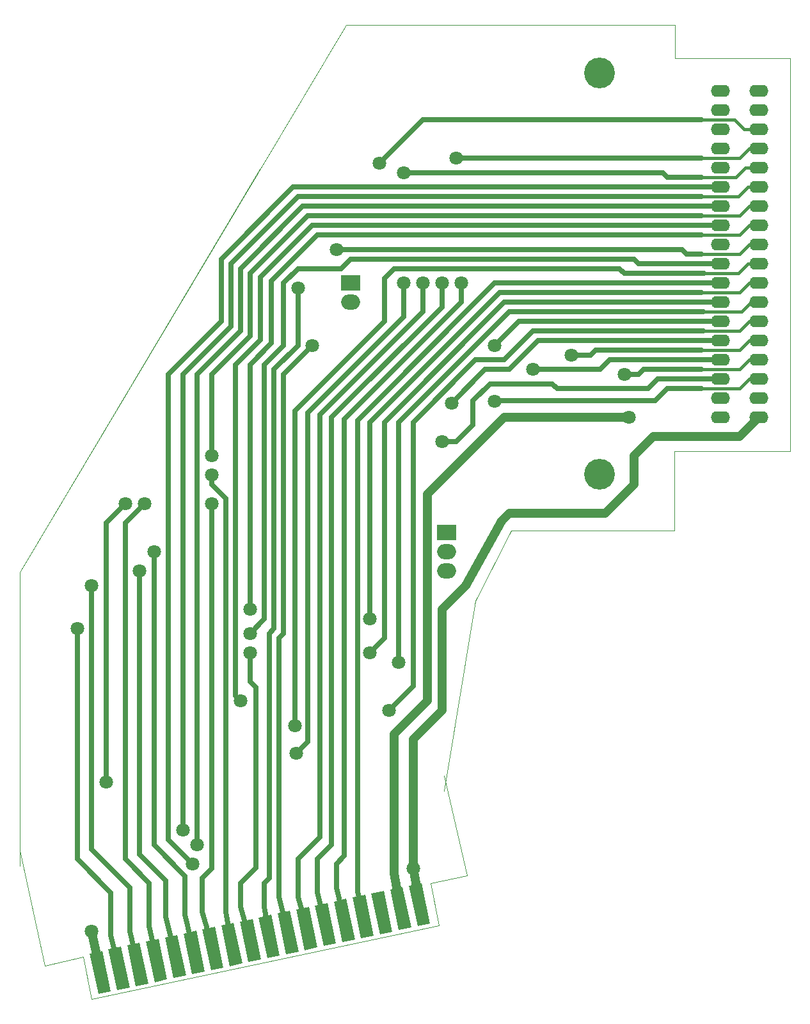
<source format=gbl>
G04 (created by PCBNEW (2013-07-07 BZR 4022)-stable) date 03/07/2022 17:26:58*
%MOIN*%
G04 Gerber Fmt 3.4, Leading zero omitted, Abs format*
%FSLAX34Y34*%
G01*
G70*
G90*
G04 APERTURE LIST*
%ADD10C,0.00590551*%
%ADD11C,0.00393701*%
%ADD12O,0.1X0.0629921*%
%ADD13R,0.0984252X0.0787402*%
%ADD14O,0.0984252X0.0787402*%
%ADD15C,0.16*%
%ADD16C,0.0708661*%
%ADD17C,0.0275591*%
%ADD18C,0.015748*%
%ADD19C,0.0472441*%
G04 APERTURE END LIST*
G54D10*
G54D11*
X-11500Y0D02*
X-17150Y0D01*
X-2950Y-26350D02*
X-8550Y-26350D01*
X6000Y-1750D02*
X0Y-1750D01*
X6000Y-1750D02*
X6000Y-22200D01*
X0Y0D02*
X-12000Y0D01*
X0Y-1750D02*
X0Y0D01*
X-8550Y-26350D02*
X-10400Y-30000D01*
X-50Y-26350D02*
X-3450Y-26350D01*
X-50Y-22200D02*
X-50Y-26350D01*
X5950Y-22200D02*
X-50Y-22200D01*
X-12750Y-44700D02*
X-10850Y-44300D01*
X-12300Y-46900D02*
X-12750Y-44700D01*
X-30400Y-50750D02*
X-12300Y-46900D01*
X-30850Y-48550D02*
X-30400Y-50750D01*
X-32850Y-49000D02*
X-30850Y-48550D01*
X-12050Y-39900D02*
X-10400Y-30000D01*
X-10850Y-44300D02*
X-12050Y-39100D01*
X-34150Y-43800D02*
X-34150Y-28500D01*
X-32850Y-49000D02*
X-34150Y-43000D01*
X-34150Y-28500D02*
X-17150Y0D01*
X-21650Y-7500D02*
X-34150Y-28500D01*
G54D10*
G36*
X-30053Y-50482D02*
X-30503Y-48364D01*
X-29848Y-48225D01*
X-29398Y-50343D01*
X-30053Y-50482D01*
X-30053Y-50482D01*
G37*
G36*
X-29075Y-50274D02*
X-29525Y-48156D01*
X-28870Y-48017D01*
X-28420Y-50135D01*
X-29075Y-50274D01*
X-29075Y-50274D01*
G37*
G36*
X-28096Y-50066D02*
X-28547Y-47948D01*
X-27892Y-47809D01*
X-27442Y-49927D01*
X-28096Y-50066D01*
X-28096Y-50066D01*
G37*
G36*
X-27118Y-49858D02*
X-27569Y-47740D01*
X-26914Y-47601D01*
X-26464Y-49719D01*
X-27118Y-49858D01*
X-27118Y-49858D01*
G37*
G36*
X-26140Y-49651D02*
X-26590Y-47533D01*
X-25936Y-47393D01*
X-25486Y-49511D01*
X-26140Y-49651D01*
X-26140Y-49651D01*
G37*
G36*
X-25162Y-49443D02*
X-25612Y-47325D01*
X-24958Y-47185D01*
X-24507Y-49303D01*
X-25162Y-49443D01*
X-25162Y-49443D01*
G37*
G36*
X-24184Y-49235D02*
X-24634Y-47117D01*
X-23979Y-46978D01*
X-23529Y-49096D01*
X-24184Y-49235D01*
X-24184Y-49235D01*
G37*
G36*
X-23206Y-49027D02*
X-23656Y-46909D01*
X-23001Y-46770D01*
X-22551Y-48888D01*
X-23206Y-49027D01*
X-23206Y-49027D01*
G37*
G36*
X-22228Y-48819D02*
X-22678Y-46701D01*
X-22023Y-46562D01*
X-21573Y-48680D01*
X-22228Y-48819D01*
X-22228Y-48819D01*
G37*
G36*
X-21249Y-48611D02*
X-21700Y-46493D01*
X-21045Y-46354D01*
X-20595Y-48472D01*
X-21249Y-48611D01*
X-21249Y-48611D01*
G37*
G36*
X-20271Y-48403D02*
X-20721Y-46285D01*
X-20067Y-46146D01*
X-19617Y-48264D01*
X-20271Y-48403D01*
X-20271Y-48403D01*
G37*
G36*
X-19293Y-48195D02*
X-19743Y-46077D01*
X-19089Y-45938D01*
X-18638Y-48056D01*
X-19293Y-48195D01*
X-19293Y-48195D01*
G37*
G36*
X-18315Y-47987D02*
X-18765Y-45869D01*
X-18111Y-45730D01*
X-17660Y-47848D01*
X-18315Y-47987D01*
X-18315Y-47987D01*
G37*
G36*
X-17337Y-47779D02*
X-17787Y-45661D01*
X-17132Y-45522D01*
X-16682Y-47640D01*
X-17337Y-47779D01*
X-17337Y-47779D01*
G37*
G36*
X-16359Y-47571D02*
X-16809Y-45453D01*
X-16154Y-45314D01*
X-15704Y-47432D01*
X-16359Y-47571D01*
X-16359Y-47571D01*
G37*
G36*
X-15381Y-47364D02*
X-15831Y-45245D01*
X-15176Y-45106D01*
X-14726Y-47224D01*
X-15381Y-47364D01*
X-15381Y-47364D01*
G37*
G36*
X-14402Y-47156D02*
X-14853Y-45038D01*
X-14198Y-44898D01*
X-13748Y-47016D01*
X-14402Y-47156D01*
X-14402Y-47156D01*
G37*
G36*
X-13424Y-46948D02*
X-13874Y-44830D01*
X-13220Y-44691D01*
X-12770Y-46809D01*
X-13424Y-46948D01*
X-13424Y-46948D01*
G37*
G54D12*
X4350Y-3450D03*
X2350Y-3450D03*
X4350Y-4450D03*
X2350Y-4450D03*
X4350Y-5450D03*
X2350Y-5450D03*
X4350Y-6450D03*
X2350Y-6450D03*
X4350Y-7450D03*
X2350Y-7450D03*
X4350Y-8450D03*
X2350Y-8450D03*
X4350Y-9450D03*
X2350Y-9450D03*
X4350Y-10450D03*
X2350Y-10450D03*
X4350Y-11450D03*
X2350Y-11450D03*
X4350Y-12450D03*
X2350Y-12450D03*
X4350Y-13450D03*
X2350Y-13450D03*
X4350Y-14450D03*
X4350Y-15450D03*
X2350Y-14450D03*
X2350Y-15450D03*
X4350Y-16450D03*
X2350Y-16450D03*
X4350Y-17450D03*
X2350Y-17450D03*
X4350Y-18450D03*
X2350Y-18450D03*
X4350Y-19450D03*
X2350Y-19450D03*
X4350Y-20450D03*
X2350Y-20450D03*
G54D13*
X-11900Y-26450D03*
G54D14*
X-11900Y-27450D03*
X-11900Y-28450D03*
G54D13*
X-16900Y-13450D03*
G54D14*
X-16900Y-14450D03*
G54D15*
X-3950Y-23400D03*
X-3950Y-2500D03*
G54D16*
X-14900Y-35700D03*
X-14400Y-33200D03*
X-22150Y-31700D03*
X-22650Y-35200D03*
X-14150Y-13450D03*
X-14150Y-7700D03*
X-19750Y-37950D03*
X-15900Y-30950D03*
X-19800Y-36500D03*
X-17650Y-11700D03*
X-22150Y-30450D03*
X-28650Y-24950D03*
X-29650Y-39450D03*
X-24150Y-22450D03*
X-25650Y-41950D03*
X-25150Y-43700D03*
X-24900Y-42700D03*
X-5400Y-17200D03*
X-31150Y-31450D03*
X-30400Y-29200D03*
X-2650Y-18200D03*
X-9400Y-19600D03*
X-27650Y-24950D03*
X-12150Y-21700D03*
X-27900Y-28450D03*
X-27150Y-27450D03*
X-7400Y-17950D03*
X-11650Y-19700D03*
X-24150Y-24950D03*
X-9400Y-16700D03*
X-24150Y-23450D03*
X-15900Y-32700D03*
X-22150Y-32700D03*
X-11150Y-13450D03*
X-12150Y-13450D03*
X-13150Y-13450D03*
X-11400Y-6950D03*
X-18900Y-16700D03*
X-15400Y-7200D03*
X-19650Y-13700D03*
X-2400Y-20450D03*
X-13650Y-43950D03*
X-30400Y-47200D03*
G54D17*
X-8900Y-17450D02*
X-10400Y-17450D01*
X-10400Y-17450D02*
X-13650Y-20700D01*
X1450Y-15950D02*
X-7400Y-15950D01*
X-7400Y-15950D02*
X-8900Y-17450D01*
X-13650Y-20700D02*
X-13650Y-34450D01*
X-13650Y-34450D02*
X-14900Y-35700D01*
G54D18*
X4350Y-15450D02*
X3850Y-15450D01*
X3350Y-15950D02*
X1450Y-15950D01*
X3850Y-15450D02*
X3350Y-15950D01*
G54D17*
X1450Y-14950D02*
X-8650Y-14950D01*
X-8650Y-14950D02*
X-14400Y-20700D01*
X-14400Y-20700D02*
X-14400Y-33200D01*
G54D18*
X4350Y-14450D02*
X3950Y-14450D01*
X3450Y-14950D02*
X1450Y-14950D01*
X3950Y-14450D02*
X3450Y-14950D01*
G54D17*
X-2150Y-12200D02*
X-16900Y-12200D01*
X-16900Y-12200D02*
X-17400Y-12700D01*
X2350Y-12450D02*
X-1900Y-12450D01*
X-1900Y-12450D02*
X-2150Y-12200D01*
X-17400Y-12700D02*
X-19650Y-12700D01*
X-20400Y-13450D02*
X-20400Y-16700D01*
X-19650Y-12700D02*
X-20400Y-13450D01*
X-21400Y-30950D02*
X-21400Y-17700D01*
X-21400Y-17700D02*
X-20400Y-16700D01*
X-22150Y-31700D02*
X-21400Y-30950D01*
X2350Y-10450D02*
X-18900Y-10450D01*
X-18900Y-10450D02*
X-21598Y-13148D01*
X-22650Y-35200D02*
X-22900Y-34950D01*
X-21598Y-16398D02*
X-22900Y-17700D01*
X-21598Y-13148D02*
X-21598Y-16398D01*
X-22900Y-17700D02*
X-22900Y-34950D01*
X-14150Y-13450D02*
X-14150Y-15200D01*
X-14150Y-15200D02*
X-19150Y-20200D01*
X1350Y-7950D02*
X-400Y-7950D01*
X-400Y-7950D02*
X-650Y-7700D01*
X-14150Y-7700D02*
X-650Y-7700D01*
X-19150Y-37350D02*
X-19150Y-20200D01*
X-19750Y-37950D02*
X-19150Y-37350D01*
G54D18*
X3650Y-7450D02*
X3150Y-7950D01*
X1350Y-7950D02*
X3150Y-7950D01*
X4350Y-7450D02*
X3650Y-7450D01*
G54D17*
X-15900Y-20700D02*
X-9150Y-13950D01*
X1350Y-13950D02*
X-9150Y-13950D01*
G54D18*
X4350Y-13450D02*
X3850Y-13450D01*
X3350Y-13950D02*
X1350Y-13950D01*
X3850Y-13450D02*
X3350Y-13950D01*
G54D17*
X-15900Y-30950D02*
X-15900Y-20700D01*
X-15150Y-13200D02*
X-15150Y-15450D01*
X-19800Y-20100D02*
X-19800Y-36500D01*
X-15150Y-15450D02*
X-19800Y-20100D01*
X-15150Y-13200D02*
X-14650Y-12700D01*
X-2900Y-12700D02*
X-14650Y-12700D01*
X1500Y-12950D02*
X-2650Y-12950D01*
X-2650Y-12950D02*
X-2900Y-12700D01*
G54D18*
X4350Y-12450D02*
X3800Y-12450D01*
X3300Y-12950D02*
X1500Y-12950D01*
X3800Y-12450D02*
X3300Y-12950D01*
G54D17*
X350Y-11700D02*
X-17650Y-11700D01*
G54D18*
X3850Y-11450D02*
X3350Y-11950D01*
X3350Y-11950D02*
X1350Y-11950D01*
G54D17*
X600Y-11950D02*
X1350Y-11950D01*
X350Y-11700D02*
X600Y-11950D01*
G54D18*
X4350Y-11450D02*
X3850Y-11450D01*
G54D17*
X1350Y-10950D02*
X-18650Y-10950D01*
X-18650Y-10950D02*
X-21025Y-13325D01*
X-22150Y-30450D02*
X-22150Y-17700D01*
X-21025Y-13325D02*
X-21025Y-16575D01*
G54D18*
X4350Y-10450D02*
X3850Y-10450D01*
X3350Y-10950D02*
X1350Y-10950D01*
X3850Y-10450D02*
X3350Y-10950D01*
G54D17*
X-21025Y-16575D02*
X-22150Y-17700D01*
X1350Y-9950D02*
X-19150Y-9950D01*
X-19150Y-9950D02*
X-22150Y-12950D01*
X-24150Y-22450D02*
X-24150Y-18200D01*
X-24150Y-18200D02*
X-22150Y-16200D01*
X-28650Y-24950D02*
X-29650Y-25950D01*
G54D18*
X3850Y-9450D02*
X3350Y-9950D01*
X3350Y-9950D02*
X1350Y-9950D01*
X4350Y-9450D02*
X3850Y-9450D01*
G54D17*
X-22150Y-12950D02*
X-22150Y-16200D01*
X-29650Y-25950D02*
X-29650Y-39450D01*
X1350Y-8950D02*
X-19650Y-8950D01*
X-19650Y-8950D02*
X-23150Y-12450D01*
X-25650Y-18200D02*
X-25650Y-41950D01*
G54D18*
X3300Y-8950D02*
X1350Y-8950D01*
X3800Y-8450D02*
X3300Y-8950D01*
X4350Y-8450D02*
X3800Y-8450D01*
G54D17*
X-23150Y-12450D02*
X-23150Y-15700D01*
X-23150Y-15700D02*
X-25650Y-18200D01*
X2350Y-8450D02*
X-19900Y-8450D01*
X-19900Y-8450D02*
X-23650Y-12200D01*
X-23650Y-15450D02*
X-26400Y-18200D01*
X-26400Y-42450D02*
X-25150Y-43700D01*
X-26400Y-18200D02*
X-26400Y-42450D01*
X-23650Y-12200D02*
X-23650Y-15450D01*
X2350Y-9450D02*
X-19400Y-9450D01*
X-19400Y-9450D02*
X-22650Y-12700D01*
X-24900Y-18200D02*
X-24900Y-42700D01*
X-22650Y-15950D02*
X-24900Y-18200D01*
X-22650Y-12700D02*
X-22650Y-15950D01*
X-4400Y-17200D02*
X-5400Y-17200D01*
G54D18*
X4350Y-16450D02*
X3850Y-16450D01*
X3350Y-16950D02*
X1350Y-16950D01*
X3850Y-16450D02*
X3350Y-16950D01*
G54D17*
X-4150Y-16950D02*
X-4400Y-17200D01*
X1350Y-16950D02*
X-4150Y-16950D01*
X-29400Y-47450D02*
X-28972Y-49146D01*
X-29400Y-45200D02*
X-29400Y-47450D01*
X-31150Y-31450D02*
X-31150Y-43450D01*
X-31150Y-43450D02*
X-29400Y-45200D01*
X-1650Y-17950D02*
X-1900Y-18200D01*
X-28400Y-47200D02*
X-27994Y-48938D01*
X-28400Y-44950D02*
X-28400Y-47200D01*
X-30400Y-29200D02*
X-30400Y-42950D01*
X-28400Y-44950D02*
X-30400Y-42950D01*
X1350Y-17950D02*
X-1650Y-17950D01*
X-1900Y-18200D02*
X-2650Y-18200D01*
G54D18*
X4350Y-17450D02*
X3850Y-17450D01*
X3350Y-17950D02*
X1350Y-17950D01*
X3850Y-17450D02*
X3350Y-17950D01*
G54D17*
X-1025Y-19575D02*
X-9375Y-19575D01*
X-9375Y-19575D02*
X-9400Y-19600D01*
X1350Y-18950D02*
X-400Y-18950D01*
X-400Y-18950D02*
X-1025Y-19575D01*
G54D18*
X4350Y-18450D02*
X3850Y-18450D01*
X3850Y-18450D02*
X3350Y-18950D01*
X3350Y-18950D02*
X1350Y-18950D01*
G54D17*
X-27400Y-46950D02*
X-27016Y-48730D01*
X-27400Y-44700D02*
X-27400Y-46950D01*
X-28650Y-43450D02*
X-28650Y-25950D01*
X-28650Y-43450D02*
X-27400Y-44700D01*
X-27650Y-24950D02*
X-28650Y-25950D01*
X-10525Y-19575D02*
X-10525Y-20825D01*
X-11400Y-21700D02*
X-12150Y-21700D01*
X-10525Y-20825D02*
X-11400Y-21700D01*
X-1400Y-18950D02*
X-6150Y-18950D01*
X-9650Y-18700D02*
X-10525Y-19575D01*
X-6400Y-18700D02*
X-9650Y-18700D01*
X-6150Y-18950D02*
X-6400Y-18700D01*
X2350Y-18450D02*
X-900Y-18450D01*
X-900Y-18450D02*
X-1400Y-18950D01*
X-26525Y-46450D02*
X-26038Y-48522D01*
X-26525Y-44575D02*
X-26525Y-46450D01*
X-27900Y-28450D02*
X-27900Y-43200D01*
X-27900Y-43200D02*
X-26525Y-44575D01*
X2350Y-17450D02*
X-3400Y-17450D01*
X-3400Y-17450D02*
X-3900Y-17950D01*
X-25525Y-46325D02*
X-25060Y-48314D01*
X-27150Y-42700D02*
X-25525Y-44325D01*
X-27150Y-42700D02*
X-27150Y-27450D01*
X-25525Y-44325D02*
X-25525Y-46325D01*
X-3900Y-17950D02*
X-7400Y-17950D01*
X-8650Y-17950D02*
X-9900Y-17950D01*
X-9900Y-17950D02*
X-11650Y-19700D01*
X-24650Y-46200D02*
X-24082Y-48106D01*
X-24150Y-24950D02*
X-24150Y-43950D01*
X-24650Y-44450D02*
X-24650Y-46200D01*
X-24150Y-43950D02*
X-24650Y-44450D01*
X2350Y-16450D02*
X-7150Y-16450D01*
X-7150Y-16450D02*
X-8650Y-17950D01*
X2350Y-15450D02*
X-8150Y-15450D01*
X-8150Y-15450D02*
X-9400Y-16700D01*
X-23419Y-46200D02*
X-23103Y-47898D01*
X-24150Y-23450D02*
X-24150Y-23950D01*
X-23419Y-24680D02*
X-23419Y-46200D01*
X-24150Y-23950D02*
X-23419Y-24680D01*
X2350Y-14450D02*
X-8900Y-14450D01*
X-8900Y-14450D02*
X-15150Y-20700D01*
X-22650Y-45950D02*
X-22125Y-47690D01*
X-21850Y-43900D02*
X-22650Y-44700D01*
X-22650Y-44700D02*
X-22650Y-45950D01*
X-15150Y-31950D02*
X-15150Y-20700D01*
X-21850Y-34500D02*
X-21850Y-43900D01*
X-15900Y-32700D02*
X-15150Y-31950D01*
X-21850Y-34500D02*
X-22150Y-34200D01*
X-22150Y-34200D02*
X-22150Y-32700D01*
X-17235Y-43285D02*
X-17235Y-20535D01*
X-11150Y-14450D02*
X-11150Y-13450D01*
X-17235Y-20535D02*
X-11150Y-14450D01*
X-17650Y-43700D02*
X-17650Y-44950D01*
X-17235Y-43285D02*
X-17650Y-43700D01*
X-17650Y-44950D02*
X-17235Y-46651D01*
X-12150Y-13450D02*
X-12150Y-14700D01*
X-17900Y-20450D02*
X-17900Y-42700D01*
X-12150Y-14700D02*
X-17900Y-20450D01*
X-18650Y-45200D02*
X-18213Y-46859D01*
X-17900Y-42700D02*
X-18650Y-43450D01*
X-18650Y-43450D02*
X-18650Y-45200D01*
X-13150Y-13450D02*
X-13150Y-14950D01*
X-18500Y-20300D02*
X-18500Y-42300D01*
X-13150Y-14950D02*
X-18500Y-20300D01*
X1350Y-6950D02*
X-11400Y-6950D01*
X-19650Y-43450D02*
X-19650Y-45450D01*
X-19650Y-45450D02*
X-19191Y-47067D01*
X-18500Y-42300D02*
X-19650Y-43450D01*
G54D18*
X3350Y-6950D02*
X1350Y-6950D01*
X3850Y-6450D02*
X3350Y-6950D01*
X4350Y-6450D02*
X3850Y-6450D01*
G54D17*
X1350Y-4950D02*
X-13150Y-4950D01*
X-13150Y-4950D02*
X-15400Y-7200D01*
X-20650Y-45450D02*
X-20169Y-47274D01*
X-20650Y-31950D02*
X-20650Y-45450D01*
X-20400Y-18200D02*
X-18900Y-16700D01*
X-20400Y-31700D02*
X-20400Y-18200D01*
X-20650Y-31950D02*
X-20400Y-31700D01*
G54D18*
X1350Y-4950D02*
X3100Y-4950D01*
X3100Y-4950D02*
X3600Y-5450D01*
X3600Y-5450D02*
X4350Y-5450D01*
G54D17*
X-21147Y-31697D02*
X-21147Y-44447D01*
X-21400Y-44700D02*
X-21400Y-45950D01*
X-21147Y-44447D02*
X-21400Y-44700D01*
X-21400Y-45950D02*
X-21147Y-47482D01*
X-19650Y-16700D02*
X-19650Y-13700D01*
X-20900Y-31450D02*
X-20900Y-17950D01*
X-20900Y-17950D02*
X-19650Y-16700D01*
X-21147Y-31697D02*
X-20900Y-31450D01*
G54D19*
X-2400Y-20450D02*
X-8900Y-20450D01*
X-12900Y-24450D02*
X-12900Y-35200D01*
X-8900Y-20450D02*
X-12900Y-24450D01*
X-14650Y-44200D02*
X-14300Y-46027D01*
X-12900Y-35200D02*
X-14650Y-36950D01*
X-14650Y-36950D02*
X-14650Y-44200D01*
G54D17*
X-16550Y-45143D02*
X-16550Y-20600D01*
X-16550Y-20600D02*
X-9400Y-13450D01*
X2350Y-13450D02*
X-9400Y-13450D01*
X-16550Y-45143D02*
X-16256Y-46443D01*
G54D19*
X-10900Y-29200D02*
X-9025Y-25825D01*
X-9025Y-25825D02*
X-8650Y-25450D01*
X-12150Y-35700D02*
X-12150Y-30450D01*
X-12150Y-30450D02*
X-10900Y-29200D01*
X-2150Y-22450D02*
X-2150Y-23950D01*
X-3650Y-25450D02*
X-8650Y-25450D01*
X-2150Y-23950D02*
X-3650Y-25450D01*
X3350Y-21450D02*
X-1150Y-21450D01*
X-1150Y-21450D02*
X-2150Y-22450D01*
X4350Y-20450D02*
X3350Y-21450D01*
X-13650Y-43950D02*
X-13322Y-45819D01*
X-12150Y-35700D02*
X-13650Y-37200D01*
X-13650Y-37200D02*
X-13650Y-43950D01*
X-29951Y-49354D02*
X-30400Y-47200D01*
M02*

</source>
